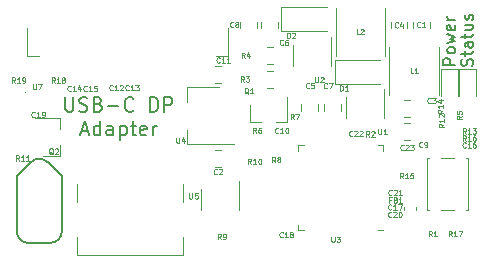
<source format=gto>
G04 #@! TF.GenerationSoftware,KiCad,Pcbnew,5.0.1*
G04 #@! TF.CreationDate,2019-10-08T03:13:47+02:00*
G04 #@! TF.ProjectId,USB-C-Screen-Adapter,5553422D432D53637265656E2D416461,rev?*
G04 #@! TF.SameCoordinates,Original*
G04 #@! TF.FileFunction,Legend,Top*
G04 #@! TF.FilePolarity,Positive*
%FSLAX46Y46*%
G04 Gerber Fmt 4.6, Leading zero omitted, Abs format (unit mm)*
G04 Created by KiCad (PCBNEW 5.0.1) date Tue 08 Oct 2019 03:13:47 AM CEST*
%MOMM*%
%LPD*%
G01*
G04 APERTURE LIST*
%ADD10C,0.200000*%
%ADD11C,0.120000*%
%ADD12C,0.100000*%
%ADD13C,0.127000*%
G04 APERTURE END LIST*
D10*
X104985714Y-108242857D02*
X104985714Y-109214285D01*
X105042857Y-109328571D01*
X105100000Y-109385714D01*
X105214285Y-109442857D01*
X105442857Y-109442857D01*
X105557142Y-109385714D01*
X105614285Y-109328571D01*
X105671428Y-109214285D01*
X105671428Y-108242857D01*
X106185714Y-109385714D02*
X106357142Y-109442857D01*
X106642857Y-109442857D01*
X106757142Y-109385714D01*
X106814285Y-109328571D01*
X106871428Y-109214285D01*
X106871428Y-109100000D01*
X106814285Y-108985714D01*
X106757142Y-108928571D01*
X106642857Y-108871428D01*
X106414285Y-108814285D01*
X106300000Y-108757142D01*
X106242857Y-108700000D01*
X106185714Y-108585714D01*
X106185714Y-108471428D01*
X106242857Y-108357142D01*
X106300000Y-108300000D01*
X106414285Y-108242857D01*
X106700000Y-108242857D01*
X106871428Y-108300000D01*
X107785714Y-108814285D02*
X107957142Y-108871428D01*
X108014285Y-108928571D01*
X108071428Y-109042857D01*
X108071428Y-109214285D01*
X108014285Y-109328571D01*
X107957142Y-109385714D01*
X107842857Y-109442857D01*
X107385714Y-109442857D01*
X107385714Y-108242857D01*
X107785714Y-108242857D01*
X107900000Y-108300000D01*
X107957142Y-108357142D01*
X108014285Y-108471428D01*
X108014285Y-108585714D01*
X107957142Y-108700000D01*
X107900000Y-108757142D01*
X107785714Y-108814285D01*
X107385714Y-108814285D01*
X108585714Y-108985714D02*
X109500000Y-108985714D01*
X110757142Y-109328571D02*
X110700000Y-109385714D01*
X110528571Y-109442857D01*
X110414285Y-109442857D01*
X110242857Y-109385714D01*
X110128571Y-109271428D01*
X110071428Y-109157142D01*
X110014285Y-108928571D01*
X110014285Y-108757142D01*
X110071428Y-108528571D01*
X110128571Y-108414285D01*
X110242857Y-108300000D01*
X110414285Y-108242857D01*
X110528571Y-108242857D01*
X110700000Y-108300000D01*
X110757142Y-108357142D01*
X112185714Y-109442857D02*
X112185714Y-108242857D01*
X112471428Y-108242857D01*
X112642857Y-108300000D01*
X112757142Y-108414285D01*
X112814285Y-108528571D01*
X112871428Y-108757142D01*
X112871428Y-108928571D01*
X112814285Y-109157142D01*
X112757142Y-109271428D01*
X112642857Y-109385714D01*
X112471428Y-109442857D01*
X112185714Y-109442857D01*
X113385714Y-109442857D02*
X113385714Y-108242857D01*
X113842857Y-108242857D01*
X113957142Y-108300000D01*
X114014285Y-108357142D01*
X114071428Y-108471428D01*
X114071428Y-108642857D01*
X114014285Y-108757142D01*
X113957142Y-108814285D01*
X113842857Y-108871428D01*
X113385714Y-108871428D01*
X106357142Y-111100000D02*
X106928571Y-111100000D01*
X106242857Y-111442857D02*
X106642857Y-110242857D01*
X107042857Y-111442857D01*
X107957142Y-111442857D02*
X107957142Y-110242857D01*
X107957142Y-111385714D02*
X107842857Y-111442857D01*
X107614285Y-111442857D01*
X107500000Y-111385714D01*
X107442857Y-111328571D01*
X107385714Y-111214285D01*
X107385714Y-110871428D01*
X107442857Y-110757142D01*
X107500000Y-110700000D01*
X107614285Y-110642857D01*
X107842857Y-110642857D01*
X107957142Y-110700000D01*
X109042857Y-111442857D02*
X109042857Y-110814285D01*
X108985714Y-110700000D01*
X108871428Y-110642857D01*
X108642857Y-110642857D01*
X108528571Y-110700000D01*
X109042857Y-111385714D02*
X108928571Y-111442857D01*
X108642857Y-111442857D01*
X108528571Y-111385714D01*
X108471428Y-111271428D01*
X108471428Y-111157142D01*
X108528571Y-111042857D01*
X108642857Y-110985714D01*
X108928571Y-110985714D01*
X109042857Y-110928571D01*
X109614285Y-110642857D02*
X109614285Y-111842857D01*
X109614285Y-110700000D02*
X109728571Y-110642857D01*
X109957142Y-110642857D01*
X110071428Y-110700000D01*
X110128571Y-110757142D01*
X110185714Y-110871428D01*
X110185714Y-111214285D01*
X110128571Y-111328571D01*
X110071428Y-111385714D01*
X109957142Y-111442857D01*
X109728571Y-111442857D01*
X109614285Y-111385714D01*
X110528571Y-110642857D02*
X110985714Y-110642857D01*
X110700000Y-110242857D02*
X110700000Y-111271428D01*
X110757142Y-111385714D01*
X110871428Y-111442857D01*
X110985714Y-111442857D01*
X111842857Y-111385714D02*
X111728571Y-111442857D01*
X111500000Y-111442857D01*
X111385714Y-111385714D01*
X111328571Y-111271428D01*
X111328571Y-110814285D01*
X111385714Y-110700000D01*
X111500000Y-110642857D01*
X111728571Y-110642857D01*
X111842857Y-110700000D01*
X111900000Y-110814285D01*
X111900000Y-110928571D01*
X111328571Y-111042857D01*
X112414285Y-111442857D02*
X112414285Y-110642857D01*
X112414285Y-110871428D02*
X112471428Y-110757142D01*
X112528571Y-110700000D01*
X112642857Y-110642857D01*
X112757142Y-110642857D01*
X139454761Y-105566666D02*
X139502380Y-105423809D01*
X139502380Y-105185714D01*
X139454761Y-105090476D01*
X139407142Y-105042857D01*
X139311904Y-104995238D01*
X139216666Y-104995238D01*
X139121428Y-105042857D01*
X139073809Y-105090476D01*
X139026190Y-105185714D01*
X138978571Y-105376190D01*
X138930952Y-105471428D01*
X138883333Y-105519047D01*
X138788095Y-105566666D01*
X138692857Y-105566666D01*
X138597619Y-105519047D01*
X138550000Y-105471428D01*
X138502380Y-105376190D01*
X138502380Y-105138095D01*
X138550000Y-104995238D01*
X138835714Y-104709523D02*
X138835714Y-104328571D01*
X138502380Y-104566666D02*
X139359523Y-104566666D01*
X139454761Y-104519047D01*
X139502380Y-104423809D01*
X139502380Y-104328571D01*
X139502380Y-103566666D02*
X138978571Y-103566666D01*
X138883333Y-103614285D01*
X138835714Y-103709523D01*
X138835714Y-103900000D01*
X138883333Y-103995238D01*
X139454761Y-103566666D02*
X139502380Y-103661904D01*
X139502380Y-103900000D01*
X139454761Y-103995238D01*
X139359523Y-104042857D01*
X139264285Y-104042857D01*
X139169047Y-103995238D01*
X139121428Y-103900000D01*
X139121428Y-103661904D01*
X139073809Y-103566666D01*
X138835714Y-103233333D02*
X138835714Y-102852380D01*
X138502380Y-103090476D02*
X139359523Y-103090476D01*
X139454761Y-103042857D01*
X139502380Y-102947619D01*
X139502380Y-102852380D01*
X138835714Y-102090476D02*
X139502380Y-102090476D01*
X138835714Y-102519047D02*
X139359523Y-102519047D01*
X139454761Y-102471428D01*
X139502380Y-102376190D01*
X139502380Y-102233333D01*
X139454761Y-102138095D01*
X139407142Y-102090476D01*
X139454761Y-101661904D02*
X139502380Y-101566666D01*
X139502380Y-101376190D01*
X139454761Y-101280952D01*
X139359523Y-101233333D01*
X139311904Y-101233333D01*
X139216666Y-101280952D01*
X139169047Y-101376190D01*
X139169047Y-101519047D01*
X139121428Y-101614285D01*
X139026190Y-101661904D01*
X138978571Y-101661904D01*
X138883333Y-101614285D01*
X138835714Y-101519047D01*
X138835714Y-101376190D01*
X138883333Y-101280952D01*
X138002380Y-105476190D02*
X137002380Y-105476190D01*
X137002380Y-105095238D01*
X137050000Y-105000000D01*
X137097619Y-104952380D01*
X137192857Y-104904761D01*
X137335714Y-104904761D01*
X137430952Y-104952380D01*
X137478571Y-105000000D01*
X137526190Y-105095238D01*
X137526190Y-105476190D01*
X138002380Y-104333333D02*
X137954761Y-104428571D01*
X137907142Y-104476190D01*
X137811904Y-104523809D01*
X137526190Y-104523809D01*
X137430952Y-104476190D01*
X137383333Y-104428571D01*
X137335714Y-104333333D01*
X137335714Y-104190476D01*
X137383333Y-104095238D01*
X137430952Y-104047619D01*
X137526190Y-104000000D01*
X137811904Y-104000000D01*
X137907142Y-104047619D01*
X137954761Y-104095238D01*
X138002380Y-104190476D01*
X138002380Y-104333333D01*
X137335714Y-103666666D02*
X138002380Y-103476190D01*
X137526190Y-103285714D01*
X138002380Y-103095238D01*
X137335714Y-102904761D01*
X137954761Y-102142857D02*
X138002380Y-102238095D01*
X138002380Y-102428571D01*
X137954761Y-102523809D01*
X137859523Y-102571428D01*
X137478571Y-102571428D01*
X137383333Y-102523809D01*
X137335714Y-102428571D01*
X137335714Y-102238095D01*
X137383333Y-102142857D01*
X137478571Y-102095238D01*
X137573809Y-102095238D01*
X137669047Y-102571428D01*
X138002380Y-101666666D02*
X137335714Y-101666666D01*
X137526190Y-101666666D02*
X137430952Y-101619047D01*
X137383333Y-101571428D01*
X137335714Y-101476190D01*
X137335714Y-101380952D01*
D11*
G04 #@! TO.C,R3*
X122041422Y-107410000D02*
X122558578Y-107410000D01*
X122041422Y-105990000D02*
X122558578Y-105990000D01*
G04 #@! TO.C,R4*
X122041422Y-103990000D02*
X122558578Y-103990000D01*
X122041422Y-105410000D02*
X122558578Y-105410000D01*
G04 #@! TO.C,FB1*
X134660000Y-117487221D02*
X134660000Y-117812779D01*
X133640000Y-117487221D02*
X133640000Y-117812779D01*
G04 #@! TO.C,U4*
X115293799Y-108600000D02*
X115293799Y-107400000D01*
X115293799Y-107400000D02*
X117993799Y-107400000D01*
X119293799Y-112200000D02*
X115293799Y-112200000D01*
X115293799Y-112200000D02*
X115293799Y-111000000D01*
G04 #@! TO.C,SW1*
X135770000Y-113400000D02*
X135650000Y-113400000D01*
X137920000Y-113400000D02*
X136780000Y-113400000D01*
X139050000Y-113400000D02*
X138930000Y-113400000D01*
X139050000Y-117800000D02*
X139050000Y-113400000D01*
X138930000Y-117800000D02*
X139050000Y-117800000D01*
X136780000Y-117800000D02*
X137920000Y-117800000D01*
X135650000Y-117800000D02*
X135770000Y-117800000D01*
X135650000Y-113400000D02*
X135650000Y-117800000D01*
G04 #@! TO.C,C6*
X121590000Y-101841422D02*
X121590000Y-102358578D01*
X123010000Y-101841422D02*
X123010000Y-102358578D01*
G04 #@! TO.C,C1*
X134440000Y-102358577D02*
X134440000Y-101841421D01*
X135860000Y-102358577D02*
X135860000Y-101841421D01*
G04 #@! TO.C,C4*
X133960000Y-102358577D02*
X133960000Y-101841421D01*
X132540000Y-102358577D02*
X132540000Y-101841421D01*
G04 #@! TO.C,C3*
X133641422Y-108490000D02*
X134158578Y-108490000D01*
X133641422Y-109910000D02*
X134158578Y-109910000D01*
G04 #@! TO.C,C5*
X124990000Y-108841422D02*
X124990000Y-109358578D01*
X126410000Y-108841422D02*
X126410000Y-109358578D01*
G04 #@! TO.C,C7*
X128310000Y-108841422D02*
X128310000Y-109358578D01*
X126890000Y-108841422D02*
X126890000Y-109358578D01*
G04 #@! TO.C,C8*
X119790000Y-101841422D02*
X119790000Y-102358578D01*
X121210000Y-101841422D02*
X121210000Y-102358578D01*
G04 #@! TO.C,C9*
X133641422Y-110390000D02*
X134158578Y-110390000D01*
X133641422Y-111810000D02*
X134158578Y-111810000D01*
G04 #@! TO.C,C2*
X118158578Y-112690000D02*
X117641422Y-112690000D01*
X118158578Y-114110000D02*
X117641422Y-114110000D01*
G04 #@! TO.C,C11*
X118158578Y-107010000D02*
X117641422Y-107010000D01*
X118158578Y-105590000D02*
X117641422Y-105590000D01*
G04 #@! TO.C,D2*
X123300000Y-100600000D02*
X127150000Y-100600000D01*
X123300000Y-102600000D02*
X127150000Y-102600000D01*
X123300000Y-100600000D02*
X123300000Y-102600000D01*
G04 #@! TO.C,D1*
X127800000Y-105100000D02*
X127800000Y-107100000D01*
X127800000Y-107100000D02*
X131650000Y-107100000D01*
X127800000Y-105100000D02*
X131650000Y-105100000D01*
G04 #@! TO.C,L1*
X136600000Y-108000000D02*
X136600000Y-104000000D01*
X132400000Y-108000000D02*
X132400000Y-104000000D01*
G04 #@! TO.C,L2*
X127900000Y-104700000D02*
X127900000Y-100700000D01*
X132100000Y-104700000D02*
X132100000Y-100700000D01*
G04 #@! TO.C,D4*
X136815000Y-105815000D02*
X136815000Y-108100000D01*
X138285000Y-105815000D02*
X136815000Y-105815000D01*
X138285000Y-108100000D02*
X138285000Y-105815000D01*
G04 #@! TO.C,D3*
X139785000Y-108100000D02*
X139785000Y-105815000D01*
X139785000Y-105815000D02*
X138315000Y-105815000D01*
X138315000Y-105815000D02*
X138315000Y-108100000D01*
G04 #@! TO.C,U3*
X125165000Y-119510000D02*
X124690000Y-119510000D01*
X124690000Y-119510000D02*
X124690000Y-119035000D01*
X131435000Y-112290000D02*
X131910000Y-112290000D01*
X131910000Y-112290000D02*
X131910000Y-112765000D01*
X125165000Y-112290000D02*
X124690000Y-112290000D01*
X124690000Y-112290000D02*
X124690000Y-112765000D01*
X131435000Y-119510000D02*
X131910000Y-119510000D01*
G04 #@! TO.C,Q2*
X104560000Y-113180000D02*
X103100000Y-113180000D01*
X104560000Y-110020000D02*
X102400000Y-110020000D01*
X104560000Y-110020000D02*
X104560000Y-110950000D01*
X104560000Y-113180000D02*
X104560000Y-112250000D01*
G04 #@! TO.C,Q1*
X120620000Y-110360000D02*
X121550000Y-110360000D01*
X123780000Y-110360000D02*
X122850000Y-110360000D01*
X123780000Y-110360000D02*
X123780000Y-108200000D01*
X120620000Y-110360000D02*
X120620000Y-108900000D01*
G04 #@! TO.C,U2*
X124290000Y-103800000D02*
X124290000Y-105600000D01*
X127510000Y-105600000D02*
X127510000Y-103150000D01*
G04 #@! TO.C,U1*
X132010000Y-110000000D02*
X132010000Y-107550000D01*
X128790000Y-108200000D02*
X128790000Y-110000000D01*
G04 #@! TO.C,U5*
X116490000Y-116000000D02*
X116490000Y-117800000D01*
X119710000Y-117800000D02*
X119710000Y-115350000D01*
D12*
G04 #@! TO.C,U6*
X101775000Y-102375000D02*
X101775000Y-104725000D01*
X101775000Y-104725000D02*
X102775000Y-104725000D01*
X118775000Y-102375000D02*
X118775000Y-104725000D01*
X118775000Y-104725000D02*
X117775000Y-104725000D01*
G04 #@! TO.C,U7*
X101650000Y-107800000D02*
G75*
G03X101650000Y-107800000I-50000J0D01*
G01*
D13*
G04 #@! TO.C,P1*
X100895000Y-119603500D02*
X100895000Y-114917200D01*
X104705000Y-119603500D02*
X104705000Y-114917200D01*
X102076100Y-113736100D02*
X100895000Y-114917200D01*
X103523900Y-113736100D02*
X104705000Y-114917200D01*
X103523900Y-113736100D02*
G75*
G03X102076100Y-113736100I-723900J-723900D01*
G01*
X103752500Y-120556000D02*
X101847500Y-120556000D01*
X100895000Y-119603500D02*
G75*
G03X101847500Y-120556000I952500J0D01*
G01*
X103752500Y-120556000D02*
G75*
G03X104705000Y-119603500I0J952500D01*
G01*
D12*
G04 #@! TO.C,J1*
X106000000Y-115600000D02*
X106000000Y-117100000D01*
X106000000Y-120100000D02*
X106000000Y-121600000D01*
X106000000Y-121600000D02*
X115000000Y-121600000D01*
X115000000Y-121600000D02*
X115000000Y-120100000D01*
X115000000Y-117100000D02*
X115000000Y-115600000D01*
G04 #@! TO.C,R3*
X120125000Y-106903571D02*
X119975000Y-106689285D01*
X119867857Y-106903571D02*
X119867857Y-106453571D01*
X120039285Y-106453571D01*
X120082142Y-106475000D01*
X120103571Y-106496428D01*
X120125000Y-106539285D01*
X120125000Y-106603571D01*
X120103571Y-106646428D01*
X120082142Y-106667857D01*
X120039285Y-106689285D01*
X119867857Y-106689285D01*
X120275000Y-106453571D02*
X120553571Y-106453571D01*
X120403571Y-106625000D01*
X120467857Y-106625000D01*
X120510714Y-106646428D01*
X120532142Y-106667857D01*
X120553571Y-106710714D01*
X120553571Y-106817857D01*
X120532142Y-106860714D01*
X120510714Y-106882142D01*
X120467857Y-106903571D01*
X120339285Y-106903571D01*
X120296428Y-106882142D01*
X120275000Y-106860714D01*
G04 #@! TO.C,R4*
X120175000Y-104903571D02*
X120025000Y-104689285D01*
X119917857Y-104903571D02*
X119917857Y-104453571D01*
X120089285Y-104453571D01*
X120132142Y-104475000D01*
X120153571Y-104496428D01*
X120175000Y-104539285D01*
X120175000Y-104603571D01*
X120153571Y-104646428D01*
X120132142Y-104667857D01*
X120089285Y-104689285D01*
X119917857Y-104689285D01*
X120560714Y-104603571D02*
X120560714Y-104903571D01*
X120453571Y-104432142D02*
X120346428Y-104753571D01*
X120625000Y-104753571D01*
G04 #@! TO.C,R10*
X120735714Y-113878571D02*
X120585714Y-113664285D01*
X120478571Y-113878571D02*
X120478571Y-113428571D01*
X120650000Y-113428571D01*
X120692857Y-113450000D01*
X120714285Y-113471428D01*
X120735714Y-113514285D01*
X120735714Y-113578571D01*
X120714285Y-113621428D01*
X120692857Y-113642857D01*
X120650000Y-113664285D01*
X120478571Y-113664285D01*
X121164285Y-113878571D02*
X120907142Y-113878571D01*
X121035714Y-113878571D02*
X121035714Y-113428571D01*
X120992857Y-113492857D01*
X120950000Y-113535714D01*
X120907142Y-113557142D01*
X121442857Y-113428571D02*
X121485714Y-113428571D01*
X121528571Y-113450000D01*
X121550000Y-113471428D01*
X121571428Y-113514285D01*
X121592857Y-113600000D01*
X121592857Y-113707142D01*
X121571428Y-113792857D01*
X121550000Y-113835714D01*
X121528571Y-113857142D01*
X121485714Y-113878571D01*
X121442857Y-113878571D01*
X121400000Y-113857142D01*
X121378571Y-113835714D01*
X121357142Y-113792857D01*
X121335714Y-113707142D01*
X121335714Y-113600000D01*
X121357142Y-113514285D01*
X121378571Y-113471428D01*
X121400000Y-113450000D01*
X121442857Y-113428571D01*
G04 #@! TO.C,R9*
X118175000Y-120253571D02*
X118025000Y-120039285D01*
X117917857Y-120253571D02*
X117917857Y-119803571D01*
X118089285Y-119803571D01*
X118132142Y-119825000D01*
X118153571Y-119846428D01*
X118175000Y-119889285D01*
X118175000Y-119953571D01*
X118153571Y-119996428D01*
X118132142Y-120017857D01*
X118089285Y-120039285D01*
X117917857Y-120039285D01*
X118389285Y-120253571D02*
X118475000Y-120253571D01*
X118517857Y-120232142D01*
X118539285Y-120210714D01*
X118582142Y-120146428D01*
X118603571Y-120060714D01*
X118603571Y-119889285D01*
X118582142Y-119846428D01*
X118560714Y-119825000D01*
X118517857Y-119803571D01*
X118432142Y-119803571D01*
X118389285Y-119825000D01*
X118367857Y-119846428D01*
X118346428Y-119889285D01*
X118346428Y-119996428D01*
X118367857Y-120039285D01*
X118389285Y-120060714D01*
X118432142Y-120082142D01*
X118517857Y-120082142D01*
X118560714Y-120060714D01*
X118582142Y-120039285D01*
X118603571Y-119996428D01*
G04 #@! TO.C,C18*
X123410714Y-120060714D02*
X123389285Y-120082142D01*
X123325000Y-120103571D01*
X123282142Y-120103571D01*
X123217857Y-120082142D01*
X123175000Y-120039285D01*
X123153571Y-119996428D01*
X123132142Y-119910714D01*
X123132142Y-119846428D01*
X123153571Y-119760714D01*
X123175000Y-119717857D01*
X123217857Y-119675000D01*
X123282142Y-119653571D01*
X123325000Y-119653571D01*
X123389285Y-119675000D01*
X123410714Y-119696428D01*
X123839285Y-120103571D02*
X123582142Y-120103571D01*
X123710714Y-120103571D02*
X123710714Y-119653571D01*
X123667857Y-119717857D01*
X123625000Y-119760714D01*
X123582142Y-119782142D01*
X124096428Y-119846428D02*
X124053571Y-119825000D01*
X124032142Y-119803571D01*
X124010714Y-119760714D01*
X124010714Y-119739285D01*
X124032142Y-119696428D01*
X124053571Y-119675000D01*
X124096428Y-119653571D01*
X124182142Y-119653571D01*
X124225000Y-119675000D01*
X124246428Y-119696428D01*
X124267857Y-119739285D01*
X124267857Y-119760714D01*
X124246428Y-119803571D01*
X124225000Y-119825000D01*
X124182142Y-119846428D01*
X124096428Y-119846428D01*
X124053571Y-119867857D01*
X124032142Y-119889285D01*
X124010714Y-119932142D01*
X124010714Y-120017857D01*
X124032142Y-120060714D01*
X124053571Y-120082142D01*
X124096428Y-120103571D01*
X124182142Y-120103571D01*
X124225000Y-120082142D01*
X124246428Y-120060714D01*
X124267857Y-120017857D01*
X124267857Y-119932142D01*
X124246428Y-119889285D01*
X124225000Y-119867857D01*
X124182142Y-119846428D01*
G04 #@! TO.C,C17*
X132610714Y-117710714D02*
X132589285Y-117732142D01*
X132525000Y-117753571D01*
X132482142Y-117753571D01*
X132417857Y-117732142D01*
X132375000Y-117689285D01*
X132353571Y-117646428D01*
X132332142Y-117560714D01*
X132332142Y-117496428D01*
X132353571Y-117410714D01*
X132375000Y-117367857D01*
X132417857Y-117325000D01*
X132482142Y-117303571D01*
X132525000Y-117303571D01*
X132589285Y-117325000D01*
X132610714Y-117346428D01*
X133039285Y-117753571D02*
X132782142Y-117753571D01*
X132910714Y-117753571D02*
X132910714Y-117303571D01*
X132867857Y-117367857D01*
X132825000Y-117410714D01*
X132782142Y-117432142D01*
X133189285Y-117303571D02*
X133489285Y-117303571D01*
X133296428Y-117753571D01*
G04 #@! TO.C,C16*
X138885714Y-112460714D02*
X138864285Y-112482142D01*
X138800000Y-112503571D01*
X138757142Y-112503571D01*
X138692857Y-112482142D01*
X138650000Y-112439285D01*
X138628571Y-112396428D01*
X138607142Y-112310714D01*
X138607142Y-112246428D01*
X138628571Y-112160714D01*
X138650000Y-112117857D01*
X138692857Y-112075000D01*
X138757142Y-112053571D01*
X138800000Y-112053571D01*
X138864285Y-112075000D01*
X138885714Y-112096428D01*
X139314285Y-112503571D02*
X139057142Y-112503571D01*
X139185714Y-112503571D02*
X139185714Y-112053571D01*
X139142857Y-112117857D01*
X139100000Y-112160714D01*
X139057142Y-112182142D01*
X139700000Y-112053571D02*
X139614285Y-112053571D01*
X139571428Y-112075000D01*
X139550000Y-112096428D01*
X139507142Y-112160714D01*
X139485714Y-112246428D01*
X139485714Y-112417857D01*
X139507142Y-112460714D01*
X139528571Y-112482142D01*
X139571428Y-112503571D01*
X139657142Y-112503571D01*
X139700000Y-112482142D01*
X139721428Y-112460714D01*
X139742857Y-112417857D01*
X139742857Y-112310714D01*
X139721428Y-112267857D01*
X139700000Y-112246428D01*
X139657142Y-112225000D01*
X139571428Y-112225000D01*
X139528571Y-112246428D01*
X139507142Y-112267857D01*
X139485714Y-112310714D01*
G04 #@! TO.C,C15*
X106810714Y-107660714D02*
X106789285Y-107682142D01*
X106725000Y-107703571D01*
X106682142Y-107703571D01*
X106617857Y-107682142D01*
X106575000Y-107639285D01*
X106553571Y-107596428D01*
X106532142Y-107510714D01*
X106532142Y-107446428D01*
X106553571Y-107360714D01*
X106575000Y-107317857D01*
X106617857Y-107275000D01*
X106682142Y-107253571D01*
X106725000Y-107253571D01*
X106789285Y-107275000D01*
X106810714Y-107296428D01*
X107239285Y-107703571D02*
X106982142Y-107703571D01*
X107110714Y-107703571D02*
X107110714Y-107253571D01*
X107067857Y-107317857D01*
X107025000Y-107360714D01*
X106982142Y-107382142D01*
X107646428Y-107253571D02*
X107432142Y-107253571D01*
X107410714Y-107467857D01*
X107432142Y-107446428D01*
X107475000Y-107425000D01*
X107582142Y-107425000D01*
X107625000Y-107446428D01*
X107646428Y-107467857D01*
X107667857Y-107510714D01*
X107667857Y-107617857D01*
X107646428Y-107660714D01*
X107625000Y-107682142D01*
X107582142Y-107703571D01*
X107475000Y-107703571D01*
X107432142Y-107682142D01*
X107410714Y-107660714D01*
G04 #@! TO.C,C13*
X110360714Y-107610714D02*
X110339285Y-107632142D01*
X110275000Y-107653571D01*
X110232142Y-107653571D01*
X110167857Y-107632142D01*
X110125000Y-107589285D01*
X110103571Y-107546428D01*
X110082142Y-107460714D01*
X110082142Y-107396428D01*
X110103571Y-107310714D01*
X110125000Y-107267857D01*
X110167857Y-107225000D01*
X110232142Y-107203571D01*
X110275000Y-107203571D01*
X110339285Y-107225000D01*
X110360714Y-107246428D01*
X110789285Y-107653571D02*
X110532142Y-107653571D01*
X110660714Y-107653571D02*
X110660714Y-107203571D01*
X110617857Y-107267857D01*
X110575000Y-107310714D01*
X110532142Y-107332142D01*
X110939285Y-107203571D02*
X111217857Y-107203571D01*
X111067857Y-107375000D01*
X111132142Y-107375000D01*
X111175000Y-107396428D01*
X111196428Y-107417857D01*
X111217857Y-107460714D01*
X111217857Y-107567857D01*
X111196428Y-107610714D01*
X111175000Y-107632142D01*
X111132142Y-107653571D01*
X111003571Y-107653571D01*
X110960714Y-107632142D01*
X110939285Y-107610714D01*
G04 #@! TO.C,C12*
X109010714Y-107610714D02*
X108989285Y-107632142D01*
X108925000Y-107653571D01*
X108882142Y-107653571D01*
X108817857Y-107632142D01*
X108775000Y-107589285D01*
X108753571Y-107546428D01*
X108732142Y-107460714D01*
X108732142Y-107396428D01*
X108753571Y-107310714D01*
X108775000Y-107267857D01*
X108817857Y-107225000D01*
X108882142Y-107203571D01*
X108925000Y-107203571D01*
X108989285Y-107225000D01*
X109010714Y-107246428D01*
X109439285Y-107653571D02*
X109182142Y-107653571D01*
X109310714Y-107653571D02*
X109310714Y-107203571D01*
X109267857Y-107267857D01*
X109225000Y-107310714D01*
X109182142Y-107332142D01*
X109610714Y-107246428D02*
X109632142Y-107225000D01*
X109675000Y-107203571D01*
X109782142Y-107203571D01*
X109825000Y-107225000D01*
X109846428Y-107246428D01*
X109867857Y-107289285D01*
X109867857Y-107332142D01*
X109846428Y-107396428D01*
X109589285Y-107653571D01*
X109867857Y-107653571D01*
G04 #@! TO.C,C19*
X102410714Y-109860714D02*
X102389285Y-109882142D01*
X102325000Y-109903571D01*
X102282142Y-109903571D01*
X102217857Y-109882142D01*
X102175000Y-109839285D01*
X102153571Y-109796428D01*
X102132142Y-109710714D01*
X102132142Y-109646428D01*
X102153571Y-109560714D01*
X102175000Y-109517857D01*
X102217857Y-109475000D01*
X102282142Y-109453571D01*
X102325000Y-109453571D01*
X102389285Y-109475000D01*
X102410714Y-109496428D01*
X102839285Y-109903571D02*
X102582142Y-109903571D01*
X102710714Y-109903571D02*
X102710714Y-109453571D01*
X102667857Y-109517857D01*
X102625000Y-109560714D01*
X102582142Y-109582142D01*
X103053571Y-109903571D02*
X103139285Y-109903571D01*
X103182142Y-109882142D01*
X103203571Y-109860714D01*
X103246428Y-109796428D01*
X103267857Y-109710714D01*
X103267857Y-109539285D01*
X103246428Y-109496428D01*
X103225000Y-109475000D01*
X103182142Y-109453571D01*
X103096428Y-109453571D01*
X103053571Y-109475000D01*
X103032142Y-109496428D01*
X103010714Y-109539285D01*
X103010714Y-109646428D01*
X103032142Y-109689285D01*
X103053571Y-109710714D01*
X103096428Y-109732142D01*
X103182142Y-109732142D01*
X103225000Y-109710714D01*
X103246428Y-109689285D01*
X103267857Y-109646428D01*
G04 #@! TO.C,C10*
X123035714Y-111235714D02*
X123014285Y-111257142D01*
X122950000Y-111278571D01*
X122907142Y-111278571D01*
X122842857Y-111257142D01*
X122800000Y-111214285D01*
X122778571Y-111171428D01*
X122757142Y-111085714D01*
X122757142Y-111021428D01*
X122778571Y-110935714D01*
X122800000Y-110892857D01*
X122842857Y-110850000D01*
X122907142Y-110828571D01*
X122950000Y-110828571D01*
X123014285Y-110850000D01*
X123035714Y-110871428D01*
X123464285Y-111278571D02*
X123207142Y-111278571D01*
X123335714Y-111278571D02*
X123335714Y-110828571D01*
X123292857Y-110892857D01*
X123250000Y-110935714D01*
X123207142Y-110957142D01*
X123742857Y-110828571D02*
X123785714Y-110828571D01*
X123828571Y-110850000D01*
X123850000Y-110871428D01*
X123871428Y-110914285D01*
X123892857Y-111000000D01*
X123892857Y-111107142D01*
X123871428Y-111192857D01*
X123850000Y-111235714D01*
X123828571Y-111257142D01*
X123785714Y-111278571D01*
X123742857Y-111278571D01*
X123700000Y-111257142D01*
X123678571Y-111235714D01*
X123657142Y-111192857D01*
X123635714Y-111107142D01*
X123635714Y-111000000D01*
X123657142Y-110914285D01*
X123678571Y-110871428D01*
X123700000Y-110850000D01*
X123742857Y-110828571D01*
G04 #@! TO.C,C20*
X132610714Y-118335714D02*
X132589285Y-118357142D01*
X132525000Y-118378571D01*
X132482142Y-118378571D01*
X132417857Y-118357142D01*
X132375000Y-118314285D01*
X132353571Y-118271428D01*
X132332142Y-118185714D01*
X132332142Y-118121428D01*
X132353571Y-118035714D01*
X132375000Y-117992857D01*
X132417857Y-117950000D01*
X132482142Y-117928571D01*
X132525000Y-117928571D01*
X132589285Y-117950000D01*
X132610714Y-117971428D01*
X132782142Y-117971428D02*
X132803571Y-117950000D01*
X132846428Y-117928571D01*
X132953571Y-117928571D01*
X132996428Y-117950000D01*
X133017857Y-117971428D01*
X133039285Y-118014285D01*
X133039285Y-118057142D01*
X133017857Y-118121428D01*
X132760714Y-118378571D01*
X133039285Y-118378571D01*
X133317857Y-117928571D02*
X133360714Y-117928571D01*
X133403571Y-117950000D01*
X133425000Y-117971428D01*
X133446428Y-118014285D01*
X133467857Y-118100000D01*
X133467857Y-118207142D01*
X133446428Y-118292857D01*
X133425000Y-118335714D01*
X133403571Y-118357142D01*
X133360714Y-118378571D01*
X133317857Y-118378571D01*
X133275000Y-118357142D01*
X133253571Y-118335714D01*
X133232142Y-118292857D01*
X133210714Y-118207142D01*
X133210714Y-118100000D01*
X133232142Y-118014285D01*
X133253571Y-117971428D01*
X133275000Y-117950000D01*
X133317857Y-117928571D01*
G04 #@! TO.C,C21*
X132635714Y-116460714D02*
X132614285Y-116482142D01*
X132550000Y-116503571D01*
X132507142Y-116503571D01*
X132442857Y-116482142D01*
X132400000Y-116439285D01*
X132378571Y-116396428D01*
X132357142Y-116310714D01*
X132357142Y-116246428D01*
X132378571Y-116160714D01*
X132400000Y-116117857D01*
X132442857Y-116075000D01*
X132507142Y-116053571D01*
X132550000Y-116053571D01*
X132614285Y-116075000D01*
X132635714Y-116096428D01*
X132807142Y-116096428D02*
X132828571Y-116075000D01*
X132871428Y-116053571D01*
X132978571Y-116053571D01*
X133021428Y-116075000D01*
X133042857Y-116096428D01*
X133064285Y-116139285D01*
X133064285Y-116182142D01*
X133042857Y-116246428D01*
X132785714Y-116503571D01*
X133064285Y-116503571D01*
X133492857Y-116503571D02*
X133235714Y-116503571D01*
X133364285Y-116503571D02*
X133364285Y-116053571D01*
X133321428Y-116117857D01*
X133278571Y-116160714D01*
X133235714Y-116182142D01*
G04 #@! TO.C,C22*
X129310714Y-111485714D02*
X129289285Y-111507142D01*
X129225000Y-111528571D01*
X129182142Y-111528571D01*
X129117857Y-111507142D01*
X129075000Y-111464285D01*
X129053571Y-111421428D01*
X129032142Y-111335714D01*
X129032142Y-111271428D01*
X129053571Y-111185714D01*
X129075000Y-111142857D01*
X129117857Y-111100000D01*
X129182142Y-111078571D01*
X129225000Y-111078571D01*
X129289285Y-111100000D01*
X129310714Y-111121428D01*
X129482142Y-111121428D02*
X129503571Y-111100000D01*
X129546428Y-111078571D01*
X129653571Y-111078571D01*
X129696428Y-111100000D01*
X129717857Y-111121428D01*
X129739285Y-111164285D01*
X129739285Y-111207142D01*
X129717857Y-111271428D01*
X129460714Y-111528571D01*
X129739285Y-111528571D01*
X129910714Y-111121428D02*
X129932142Y-111100000D01*
X129975000Y-111078571D01*
X130082142Y-111078571D01*
X130125000Y-111100000D01*
X130146428Y-111121428D01*
X130167857Y-111164285D01*
X130167857Y-111207142D01*
X130146428Y-111271428D01*
X129889285Y-111528571D01*
X130167857Y-111528571D01*
G04 #@! TO.C,C23*
X133635714Y-112660714D02*
X133614285Y-112682142D01*
X133550000Y-112703571D01*
X133507142Y-112703571D01*
X133442857Y-112682142D01*
X133400000Y-112639285D01*
X133378571Y-112596428D01*
X133357142Y-112510714D01*
X133357142Y-112446428D01*
X133378571Y-112360714D01*
X133400000Y-112317857D01*
X133442857Y-112275000D01*
X133507142Y-112253571D01*
X133550000Y-112253571D01*
X133614285Y-112275000D01*
X133635714Y-112296428D01*
X133807142Y-112296428D02*
X133828571Y-112275000D01*
X133871428Y-112253571D01*
X133978571Y-112253571D01*
X134021428Y-112275000D01*
X134042857Y-112296428D01*
X134064285Y-112339285D01*
X134064285Y-112382142D01*
X134042857Y-112446428D01*
X133785714Y-112703571D01*
X134064285Y-112703571D01*
X134214285Y-112253571D02*
X134492857Y-112253571D01*
X134342857Y-112425000D01*
X134407142Y-112425000D01*
X134450000Y-112446428D01*
X134471428Y-112467857D01*
X134492857Y-112510714D01*
X134492857Y-112617857D01*
X134471428Y-112660714D01*
X134450000Y-112682142D01*
X134407142Y-112703571D01*
X134278571Y-112703571D01*
X134235714Y-112682142D01*
X134214285Y-112660714D01*
G04 #@! TO.C,C14*
X105460714Y-107660714D02*
X105439285Y-107682142D01*
X105375000Y-107703571D01*
X105332142Y-107703571D01*
X105267857Y-107682142D01*
X105225000Y-107639285D01*
X105203571Y-107596428D01*
X105182142Y-107510714D01*
X105182142Y-107446428D01*
X105203571Y-107360714D01*
X105225000Y-107317857D01*
X105267857Y-107275000D01*
X105332142Y-107253571D01*
X105375000Y-107253571D01*
X105439285Y-107275000D01*
X105460714Y-107296428D01*
X105889285Y-107703571D02*
X105632142Y-107703571D01*
X105760714Y-107703571D02*
X105760714Y-107253571D01*
X105717857Y-107317857D01*
X105675000Y-107360714D01*
X105632142Y-107382142D01*
X106275000Y-107403571D02*
X106275000Y-107703571D01*
X106167857Y-107232142D02*
X106060714Y-107553571D01*
X106339285Y-107553571D01*
G04 #@! TO.C,FB1*
X132575000Y-116917857D02*
X132425000Y-116917857D01*
X132425000Y-117153571D02*
X132425000Y-116703571D01*
X132639285Y-116703571D01*
X132960714Y-116917857D02*
X133025000Y-116939285D01*
X133046428Y-116960714D01*
X133067857Y-117003571D01*
X133067857Y-117067857D01*
X133046428Y-117110714D01*
X133025000Y-117132142D01*
X132982142Y-117153571D01*
X132810714Y-117153571D01*
X132810714Y-116703571D01*
X132960714Y-116703571D01*
X133003571Y-116725000D01*
X133025000Y-116746428D01*
X133046428Y-116789285D01*
X133046428Y-116832142D01*
X133025000Y-116875000D01*
X133003571Y-116896428D01*
X132960714Y-116917857D01*
X132810714Y-116917857D01*
X133496428Y-117153571D02*
X133239285Y-117153571D01*
X133367857Y-117153571D02*
X133367857Y-116703571D01*
X133325000Y-116767857D01*
X133282142Y-116810714D01*
X133239285Y-116832142D01*
G04 #@! TO.C,R7*
X124325000Y-110103571D02*
X124175000Y-109889285D01*
X124067857Y-110103571D02*
X124067857Y-109653571D01*
X124239285Y-109653571D01*
X124282142Y-109675000D01*
X124303571Y-109696428D01*
X124325000Y-109739285D01*
X124325000Y-109803571D01*
X124303571Y-109846428D01*
X124282142Y-109867857D01*
X124239285Y-109889285D01*
X124067857Y-109889285D01*
X124475000Y-109653571D02*
X124775000Y-109653571D01*
X124582142Y-110103571D01*
G04 #@! TO.C,R1*
X136025000Y-120003571D02*
X135875000Y-119789285D01*
X135767857Y-120003571D02*
X135767857Y-119553571D01*
X135939285Y-119553571D01*
X135982142Y-119575000D01*
X136003571Y-119596428D01*
X136025000Y-119639285D01*
X136025000Y-119703571D01*
X136003571Y-119746428D01*
X135982142Y-119767857D01*
X135939285Y-119789285D01*
X135767857Y-119789285D01*
X136453571Y-120003571D02*
X136196428Y-120003571D01*
X136325000Y-120003571D02*
X136325000Y-119553571D01*
X136282142Y-119617857D01*
X136239285Y-119660714D01*
X136196428Y-119682142D01*
G04 #@! TO.C,R2*
X130750000Y-111553571D02*
X130600000Y-111339285D01*
X130492857Y-111553571D02*
X130492857Y-111103571D01*
X130664285Y-111103571D01*
X130707142Y-111125000D01*
X130728571Y-111146428D01*
X130750000Y-111189285D01*
X130750000Y-111253571D01*
X130728571Y-111296428D01*
X130707142Y-111317857D01*
X130664285Y-111339285D01*
X130492857Y-111339285D01*
X130921428Y-111146428D02*
X130942857Y-111125000D01*
X130985714Y-111103571D01*
X131092857Y-111103571D01*
X131135714Y-111125000D01*
X131157142Y-111146428D01*
X131178571Y-111189285D01*
X131178571Y-111232142D01*
X131157142Y-111296428D01*
X130900000Y-111553571D01*
X131178571Y-111553571D01*
G04 #@! TO.C,R5*
X138578571Y-109825000D02*
X138364285Y-109975000D01*
X138578571Y-110082142D02*
X138128571Y-110082142D01*
X138128571Y-109910714D01*
X138150000Y-109867857D01*
X138171428Y-109846428D01*
X138214285Y-109825000D01*
X138278571Y-109825000D01*
X138321428Y-109846428D01*
X138342857Y-109867857D01*
X138364285Y-109910714D01*
X138364285Y-110082142D01*
X138128571Y-109417857D02*
X138128571Y-109632142D01*
X138342857Y-109653571D01*
X138321428Y-109632142D01*
X138300000Y-109589285D01*
X138300000Y-109482142D01*
X138321428Y-109439285D01*
X138342857Y-109417857D01*
X138385714Y-109396428D01*
X138492857Y-109396428D01*
X138535714Y-109417857D01*
X138557142Y-109439285D01*
X138578571Y-109482142D01*
X138578571Y-109589285D01*
X138557142Y-109632142D01*
X138535714Y-109653571D01*
G04 #@! TO.C,R11*
X101110714Y-113603571D02*
X100960714Y-113389285D01*
X100853571Y-113603571D02*
X100853571Y-113153571D01*
X101025000Y-113153571D01*
X101067857Y-113175000D01*
X101089285Y-113196428D01*
X101110714Y-113239285D01*
X101110714Y-113303571D01*
X101089285Y-113346428D01*
X101067857Y-113367857D01*
X101025000Y-113389285D01*
X100853571Y-113389285D01*
X101539285Y-113603571D02*
X101282142Y-113603571D01*
X101410714Y-113603571D02*
X101410714Y-113153571D01*
X101367857Y-113217857D01*
X101325000Y-113260714D01*
X101282142Y-113282142D01*
X101967857Y-113603571D02*
X101710714Y-113603571D01*
X101839285Y-113603571D02*
X101839285Y-113153571D01*
X101796428Y-113217857D01*
X101753571Y-113260714D01*
X101710714Y-113282142D01*
G04 #@! TO.C,R6*
X121175000Y-111253571D02*
X121025000Y-111039285D01*
X120917857Y-111253571D02*
X120917857Y-110803571D01*
X121089285Y-110803571D01*
X121132142Y-110825000D01*
X121153571Y-110846428D01*
X121175000Y-110889285D01*
X121175000Y-110953571D01*
X121153571Y-110996428D01*
X121132142Y-111017857D01*
X121089285Y-111039285D01*
X120917857Y-111039285D01*
X121560714Y-110803571D02*
X121475000Y-110803571D01*
X121432142Y-110825000D01*
X121410714Y-110846428D01*
X121367857Y-110910714D01*
X121346428Y-110996428D01*
X121346428Y-111167857D01*
X121367857Y-111210714D01*
X121389285Y-111232142D01*
X121432142Y-111253571D01*
X121517857Y-111253571D01*
X121560714Y-111232142D01*
X121582142Y-111210714D01*
X121603571Y-111167857D01*
X121603571Y-111060714D01*
X121582142Y-111017857D01*
X121560714Y-110996428D01*
X121517857Y-110975000D01*
X121432142Y-110975000D01*
X121389285Y-110996428D01*
X121367857Y-111017857D01*
X121346428Y-111060714D01*
G04 #@! TO.C,R12*
X137078571Y-110514285D02*
X136864285Y-110664285D01*
X137078571Y-110771428D02*
X136628571Y-110771428D01*
X136628571Y-110600000D01*
X136650000Y-110557142D01*
X136671428Y-110535714D01*
X136714285Y-110514285D01*
X136778571Y-110514285D01*
X136821428Y-110535714D01*
X136842857Y-110557142D01*
X136864285Y-110600000D01*
X136864285Y-110771428D01*
X137078571Y-110085714D02*
X137078571Y-110342857D01*
X137078571Y-110214285D02*
X136628571Y-110214285D01*
X136692857Y-110257142D01*
X136735714Y-110300000D01*
X136757142Y-110342857D01*
X136671428Y-109914285D02*
X136650000Y-109892857D01*
X136628571Y-109850000D01*
X136628571Y-109742857D01*
X136650000Y-109700000D01*
X136671428Y-109678571D01*
X136714285Y-109657142D01*
X136757142Y-109657142D01*
X136821428Y-109678571D01*
X137078571Y-109935714D01*
X137078571Y-109657142D01*
G04 #@! TO.C,R19*
X100760714Y-107003571D02*
X100610714Y-106789285D01*
X100503571Y-107003571D02*
X100503571Y-106553571D01*
X100675000Y-106553571D01*
X100717857Y-106575000D01*
X100739285Y-106596428D01*
X100760714Y-106639285D01*
X100760714Y-106703571D01*
X100739285Y-106746428D01*
X100717857Y-106767857D01*
X100675000Y-106789285D01*
X100503571Y-106789285D01*
X101189285Y-107003571D02*
X100932142Y-107003571D01*
X101060714Y-107003571D02*
X101060714Y-106553571D01*
X101017857Y-106617857D01*
X100975000Y-106660714D01*
X100932142Y-106682142D01*
X101403571Y-107003571D02*
X101489285Y-107003571D01*
X101532142Y-106982142D01*
X101553571Y-106960714D01*
X101596428Y-106896428D01*
X101617857Y-106810714D01*
X101617857Y-106639285D01*
X101596428Y-106596428D01*
X101575000Y-106575000D01*
X101532142Y-106553571D01*
X101446428Y-106553571D01*
X101403571Y-106575000D01*
X101382142Y-106596428D01*
X101360714Y-106639285D01*
X101360714Y-106746428D01*
X101382142Y-106789285D01*
X101403571Y-106810714D01*
X101446428Y-106832142D01*
X101532142Y-106832142D01*
X101575000Y-106810714D01*
X101596428Y-106789285D01*
X101617857Y-106746428D01*
G04 #@! TO.C,R8*
X122775000Y-113753571D02*
X122625000Y-113539285D01*
X122517857Y-113753571D02*
X122517857Y-113303571D01*
X122689285Y-113303571D01*
X122732142Y-113325000D01*
X122753571Y-113346428D01*
X122775000Y-113389285D01*
X122775000Y-113453571D01*
X122753571Y-113496428D01*
X122732142Y-113517857D01*
X122689285Y-113539285D01*
X122517857Y-113539285D01*
X123032142Y-113496428D02*
X122989285Y-113475000D01*
X122967857Y-113453571D01*
X122946428Y-113410714D01*
X122946428Y-113389285D01*
X122967857Y-113346428D01*
X122989285Y-113325000D01*
X123032142Y-113303571D01*
X123117857Y-113303571D01*
X123160714Y-113325000D01*
X123182142Y-113346428D01*
X123203571Y-113389285D01*
X123203571Y-113410714D01*
X123182142Y-113453571D01*
X123160714Y-113475000D01*
X123117857Y-113496428D01*
X123032142Y-113496428D01*
X122989285Y-113517857D01*
X122967857Y-113539285D01*
X122946428Y-113582142D01*
X122946428Y-113667857D01*
X122967857Y-113710714D01*
X122989285Y-113732142D01*
X123032142Y-113753571D01*
X123117857Y-113753571D01*
X123160714Y-113732142D01*
X123182142Y-113710714D01*
X123203571Y-113667857D01*
X123203571Y-113582142D01*
X123182142Y-113539285D01*
X123160714Y-113517857D01*
X123117857Y-113496428D01*
G04 #@! TO.C,R14*
X136978571Y-109289285D02*
X136764285Y-109439285D01*
X136978571Y-109546428D02*
X136528571Y-109546428D01*
X136528571Y-109375000D01*
X136550000Y-109332142D01*
X136571428Y-109310714D01*
X136614285Y-109289285D01*
X136678571Y-109289285D01*
X136721428Y-109310714D01*
X136742857Y-109332142D01*
X136764285Y-109375000D01*
X136764285Y-109546428D01*
X136978571Y-108860714D02*
X136978571Y-109117857D01*
X136978571Y-108989285D02*
X136528571Y-108989285D01*
X136592857Y-109032142D01*
X136635714Y-109075000D01*
X136657142Y-109117857D01*
X136678571Y-108475000D02*
X136978571Y-108475000D01*
X136507142Y-108582142D02*
X136828571Y-108689285D01*
X136828571Y-108410714D01*
G04 #@! TO.C,R18*
X104110714Y-107003571D02*
X103960714Y-106789285D01*
X103853571Y-107003571D02*
X103853571Y-106553571D01*
X104025000Y-106553571D01*
X104067857Y-106575000D01*
X104089285Y-106596428D01*
X104110714Y-106639285D01*
X104110714Y-106703571D01*
X104089285Y-106746428D01*
X104067857Y-106767857D01*
X104025000Y-106789285D01*
X103853571Y-106789285D01*
X104539285Y-107003571D02*
X104282142Y-107003571D01*
X104410714Y-107003571D02*
X104410714Y-106553571D01*
X104367857Y-106617857D01*
X104325000Y-106660714D01*
X104282142Y-106682142D01*
X104796428Y-106746428D02*
X104753571Y-106725000D01*
X104732142Y-106703571D01*
X104710714Y-106660714D01*
X104710714Y-106639285D01*
X104732142Y-106596428D01*
X104753571Y-106575000D01*
X104796428Y-106553571D01*
X104882142Y-106553571D01*
X104925000Y-106575000D01*
X104946428Y-106596428D01*
X104967857Y-106639285D01*
X104967857Y-106660714D01*
X104946428Y-106703571D01*
X104925000Y-106725000D01*
X104882142Y-106746428D01*
X104796428Y-106746428D01*
X104753571Y-106767857D01*
X104732142Y-106789285D01*
X104710714Y-106832142D01*
X104710714Y-106917857D01*
X104732142Y-106960714D01*
X104753571Y-106982142D01*
X104796428Y-107003571D01*
X104882142Y-107003571D01*
X104925000Y-106982142D01*
X104946428Y-106960714D01*
X104967857Y-106917857D01*
X104967857Y-106832142D01*
X104946428Y-106789285D01*
X104925000Y-106767857D01*
X104882142Y-106746428D01*
G04 #@! TO.C,R15*
X133610714Y-115103571D02*
X133460714Y-114889285D01*
X133353571Y-115103571D02*
X133353571Y-114653571D01*
X133525000Y-114653571D01*
X133567857Y-114675000D01*
X133589285Y-114696428D01*
X133610714Y-114739285D01*
X133610714Y-114803571D01*
X133589285Y-114846428D01*
X133567857Y-114867857D01*
X133525000Y-114889285D01*
X133353571Y-114889285D01*
X134039285Y-115103571D02*
X133782142Y-115103571D01*
X133910714Y-115103571D02*
X133910714Y-114653571D01*
X133867857Y-114717857D01*
X133825000Y-114760714D01*
X133782142Y-114782142D01*
X134446428Y-114653571D02*
X134232142Y-114653571D01*
X134210714Y-114867857D01*
X134232142Y-114846428D01*
X134275000Y-114825000D01*
X134382142Y-114825000D01*
X134425000Y-114846428D01*
X134446428Y-114867857D01*
X134467857Y-114910714D01*
X134467857Y-115017857D01*
X134446428Y-115060714D01*
X134425000Y-115082142D01*
X134382142Y-115103571D01*
X134275000Y-115103571D01*
X134232142Y-115082142D01*
X134210714Y-115060714D01*
G04 #@! TO.C,R16*
X138910714Y-111903571D02*
X138760714Y-111689285D01*
X138653571Y-111903571D02*
X138653571Y-111453571D01*
X138825000Y-111453571D01*
X138867857Y-111475000D01*
X138889285Y-111496428D01*
X138910714Y-111539285D01*
X138910714Y-111603571D01*
X138889285Y-111646428D01*
X138867857Y-111667857D01*
X138825000Y-111689285D01*
X138653571Y-111689285D01*
X139339285Y-111903571D02*
X139082142Y-111903571D01*
X139210714Y-111903571D02*
X139210714Y-111453571D01*
X139167857Y-111517857D01*
X139125000Y-111560714D01*
X139082142Y-111582142D01*
X139725000Y-111453571D02*
X139639285Y-111453571D01*
X139596428Y-111475000D01*
X139575000Y-111496428D01*
X139532142Y-111560714D01*
X139510714Y-111646428D01*
X139510714Y-111817857D01*
X139532142Y-111860714D01*
X139553571Y-111882142D01*
X139596428Y-111903571D01*
X139682142Y-111903571D01*
X139725000Y-111882142D01*
X139746428Y-111860714D01*
X139767857Y-111817857D01*
X139767857Y-111710714D01*
X139746428Y-111667857D01*
X139725000Y-111646428D01*
X139682142Y-111625000D01*
X139596428Y-111625000D01*
X139553571Y-111646428D01*
X139532142Y-111667857D01*
X139510714Y-111710714D01*
G04 #@! TO.C,R17*
X137710714Y-120003571D02*
X137560714Y-119789285D01*
X137453571Y-120003571D02*
X137453571Y-119553571D01*
X137625000Y-119553571D01*
X137667857Y-119575000D01*
X137689285Y-119596428D01*
X137710714Y-119639285D01*
X137710714Y-119703571D01*
X137689285Y-119746428D01*
X137667857Y-119767857D01*
X137625000Y-119789285D01*
X137453571Y-119789285D01*
X138139285Y-120003571D02*
X137882142Y-120003571D01*
X138010714Y-120003571D02*
X138010714Y-119553571D01*
X137967857Y-119617857D01*
X137925000Y-119660714D01*
X137882142Y-119682142D01*
X138289285Y-119553571D02*
X138589285Y-119553571D01*
X138396428Y-120003571D01*
G04 #@! TO.C,R13*
X138910714Y-111303571D02*
X138760714Y-111089285D01*
X138653571Y-111303571D02*
X138653571Y-110853571D01*
X138825000Y-110853571D01*
X138867857Y-110875000D01*
X138889285Y-110896428D01*
X138910714Y-110939285D01*
X138910714Y-111003571D01*
X138889285Y-111046428D01*
X138867857Y-111067857D01*
X138825000Y-111089285D01*
X138653571Y-111089285D01*
X139339285Y-111303571D02*
X139082142Y-111303571D01*
X139210714Y-111303571D02*
X139210714Y-110853571D01*
X139167857Y-110917857D01*
X139125000Y-110960714D01*
X139082142Y-110982142D01*
X139489285Y-110853571D02*
X139767857Y-110853571D01*
X139617857Y-111025000D01*
X139682142Y-111025000D01*
X139725000Y-111046428D01*
X139746428Y-111067857D01*
X139767857Y-111110714D01*
X139767857Y-111217857D01*
X139746428Y-111260714D01*
X139725000Y-111282142D01*
X139682142Y-111303571D01*
X139553571Y-111303571D01*
X139510714Y-111282142D01*
X139489285Y-111260714D01*
G04 #@! TO.C,U4*
X114407142Y-111653571D02*
X114407142Y-112017857D01*
X114428571Y-112060714D01*
X114450000Y-112082142D01*
X114492857Y-112103571D01*
X114578571Y-112103571D01*
X114621428Y-112082142D01*
X114642857Y-112060714D01*
X114664285Y-112017857D01*
X114664285Y-111653571D01*
X115071428Y-111803571D02*
X115071428Y-112103571D01*
X114964285Y-111632142D02*
X114857142Y-111953571D01*
X115135714Y-111953571D01*
G04 #@! TO.C,C6*
X123425000Y-103760714D02*
X123403571Y-103782142D01*
X123339285Y-103803571D01*
X123296428Y-103803571D01*
X123232142Y-103782142D01*
X123189285Y-103739285D01*
X123167857Y-103696428D01*
X123146428Y-103610714D01*
X123146428Y-103546428D01*
X123167857Y-103460714D01*
X123189285Y-103417857D01*
X123232142Y-103375000D01*
X123296428Y-103353571D01*
X123339285Y-103353571D01*
X123403571Y-103375000D01*
X123425000Y-103396428D01*
X123810714Y-103353571D02*
X123725000Y-103353571D01*
X123682142Y-103375000D01*
X123660714Y-103396428D01*
X123617857Y-103460714D01*
X123596428Y-103546428D01*
X123596428Y-103717857D01*
X123617857Y-103760714D01*
X123639285Y-103782142D01*
X123682142Y-103803571D01*
X123767857Y-103803571D01*
X123810714Y-103782142D01*
X123832142Y-103760714D01*
X123853571Y-103717857D01*
X123853571Y-103610714D01*
X123832142Y-103567857D01*
X123810714Y-103546428D01*
X123767857Y-103525000D01*
X123682142Y-103525000D01*
X123639285Y-103546428D01*
X123617857Y-103567857D01*
X123596428Y-103610714D01*
G04 #@! TO.C,C1*
X135050000Y-102260714D02*
X135028571Y-102282142D01*
X134964285Y-102303571D01*
X134921428Y-102303571D01*
X134857142Y-102282142D01*
X134814285Y-102239285D01*
X134792857Y-102196428D01*
X134771428Y-102110714D01*
X134771428Y-102046428D01*
X134792857Y-101960714D01*
X134814285Y-101917857D01*
X134857142Y-101875000D01*
X134921428Y-101853571D01*
X134964285Y-101853571D01*
X135028571Y-101875000D01*
X135050000Y-101896428D01*
X135478571Y-102303571D02*
X135221428Y-102303571D01*
X135350000Y-102303571D02*
X135350000Y-101853571D01*
X135307142Y-101917857D01*
X135264285Y-101960714D01*
X135221428Y-101982142D01*
G04 #@! TO.C,C4*
X133175000Y-102285714D02*
X133153571Y-102307142D01*
X133089285Y-102328571D01*
X133046428Y-102328571D01*
X132982142Y-102307142D01*
X132939285Y-102264285D01*
X132917857Y-102221428D01*
X132896428Y-102135714D01*
X132896428Y-102071428D01*
X132917857Y-101985714D01*
X132939285Y-101942857D01*
X132982142Y-101900000D01*
X133046428Y-101878571D01*
X133089285Y-101878571D01*
X133153571Y-101900000D01*
X133175000Y-101921428D01*
X133560714Y-102028571D02*
X133560714Y-102328571D01*
X133453571Y-101857142D02*
X133346428Y-102178571D01*
X133625000Y-102178571D01*
G04 #@! TO.C,C3*
X135925000Y-108685714D02*
X135903571Y-108707142D01*
X135839285Y-108728571D01*
X135796428Y-108728571D01*
X135732142Y-108707142D01*
X135689285Y-108664285D01*
X135667857Y-108621428D01*
X135646428Y-108535714D01*
X135646428Y-108471428D01*
X135667857Y-108385714D01*
X135689285Y-108342857D01*
X135732142Y-108300000D01*
X135796428Y-108278571D01*
X135839285Y-108278571D01*
X135903571Y-108300000D01*
X135925000Y-108321428D01*
X136075000Y-108278571D02*
X136353571Y-108278571D01*
X136203571Y-108450000D01*
X136267857Y-108450000D01*
X136310714Y-108471428D01*
X136332142Y-108492857D01*
X136353571Y-108535714D01*
X136353571Y-108642857D01*
X136332142Y-108685714D01*
X136310714Y-108707142D01*
X136267857Y-108728571D01*
X136139285Y-108728571D01*
X136096428Y-108707142D01*
X136075000Y-108685714D01*
G04 #@! TO.C,C5*
X125625000Y-107410714D02*
X125603571Y-107432142D01*
X125539285Y-107453571D01*
X125496428Y-107453571D01*
X125432142Y-107432142D01*
X125389285Y-107389285D01*
X125367857Y-107346428D01*
X125346428Y-107260714D01*
X125346428Y-107196428D01*
X125367857Y-107110714D01*
X125389285Y-107067857D01*
X125432142Y-107025000D01*
X125496428Y-107003571D01*
X125539285Y-107003571D01*
X125603571Y-107025000D01*
X125625000Y-107046428D01*
X126032142Y-107003571D02*
X125817857Y-107003571D01*
X125796428Y-107217857D01*
X125817857Y-107196428D01*
X125860714Y-107175000D01*
X125967857Y-107175000D01*
X126010714Y-107196428D01*
X126032142Y-107217857D01*
X126053571Y-107260714D01*
X126053571Y-107367857D01*
X126032142Y-107410714D01*
X126010714Y-107432142D01*
X125967857Y-107453571D01*
X125860714Y-107453571D01*
X125817857Y-107432142D01*
X125796428Y-107410714D01*
G04 #@! TO.C,C7*
X127175000Y-107435714D02*
X127153571Y-107457142D01*
X127089285Y-107478571D01*
X127046428Y-107478571D01*
X126982142Y-107457142D01*
X126939285Y-107414285D01*
X126917857Y-107371428D01*
X126896428Y-107285714D01*
X126896428Y-107221428D01*
X126917857Y-107135714D01*
X126939285Y-107092857D01*
X126982142Y-107050000D01*
X127046428Y-107028571D01*
X127089285Y-107028571D01*
X127153571Y-107050000D01*
X127175000Y-107071428D01*
X127325000Y-107028571D02*
X127625000Y-107028571D01*
X127432142Y-107478571D01*
G04 #@! TO.C,C8*
X119225000Y-102260714D02*
X119203571Y-102282142D01*
X119139285Y-102303571D01*
X119096428Y-102303571D01*
X119032142Y-102282142D01*
X118989285Y-102239285D01*
X118967857Y-102196428D01*
X118946428Y-102110714D01*
X118946428Y-102046428D01*
X118967857Y-101960714D01*
X118989285Y-101917857D01*
X119032142Y-101875000D01*
X119096428Y-101853571D01*
X119139285Y-101853571D01*
X119203571Y-101875000D01*
X119225000Y-101896428D01*
X119482142Y-102046428D02*
X119439285Y-102025000D01*
X119417857Y-102003571D01*
X119396428Y-101960714D01*
X119396428Y-101939285D01*
X119417857Y-101896428D01*
X119439285Y-101875000D01*
X119482142Y-101853571D01*
X119567857Y-101853571D01*
X119610714Y-101875000D01*
X119632142Y-101896428D01*
X119653571Y-101939285D01*
X119653571Y-101960714D01*
X119632142Y-102003571D01*
X119610714Y-102025000D01*
X119567857Y-102046428D01*
X119482142Y-102046428D01*
X119439285Y-102067857D01*
X119417857Y-102089285D01*
X119396428Y-102132142D01*
X119396428Y-102217857D01*
X119417857Y-102260714D01*
X119439285Y-102282142D01*
X119482142Y-102303571D01*
X119567857Y-102303571D01*
X119610714Y-102282142D01*
X119632142Y-102260714D01*
X119653571Y-102217857D01*
X119653571Y-102132142D01*
X119632142Y-102089285D01*
X119610714Y-102067857D01*
X119567857Y-102046428D01*
G04 #@! TO.C,C9*
X135225000Y-112410714D02*
X135203571Y-112432142D01*
X135139285Y-112453571D01*
X135096428Y-112453571D01*
X135032142Y-112432142D01*
X134989285Y-112389285D01*
X134967857Y-112346428D01*
X134946428Y-112260714D01*
X134946428Y-112196428D01*
X134967857Y-112110714D01*
X134989285Y-112067857D01*
X135032142Y-112025000D01*
X135096428Y-112003571D01*
X135139285Y-112003571D01*
X135203571Y-112025000D01*
X135225000Y-112046428D01*
X135439285Y-112453571D02*
X135525000Y-112453571D01*
X135567857Y-112432142D01*
X135589285Y-112410714D01*
X135632142Y-112346428D01*
X135653571Y-112260714D01*
X135653571Y-112089285D01*
X135632142Y-112046428D01*
X135610714Y-112025000D01*
X135567857Y-112003571D01*
X135482142Y-112003571D01*
X135439285Y-112025000D01*
X135417857Y-112046428D01*
X135396428Y-112089285D01*
X135396428Y-112196428D01*
X135417857Y-112239285D01*
X135439285Y-112260714D01*
X135482142Y-112282142D01*
X135567857Y-112282142D01*
X135610714Y-112260714D01*
X135632142Y-112239285D01*
X135653571Y-112196428D01*
G04 #@! TO.C,C2*
X117825000Y-114710714D02*
X117803571Y-114732142D01*
X117739285Y-114753571D01*
X117696428Y-114753571D01*
X117632142Y-114732142D01*
X117589285Y-114689285D01*
X117567857Y-114646428D01*
X117546428Y-114560714D01*
X117546428Y-114496428D01*
X117567857Y-114410714D01*
X117589285Y-114367857D01*
X117632142Y-114325000D01*
X117696428Y-114303571D01*
X117739285Y-114303571D01*
X117803571Y-114325000D01*
X117825000Y-114346428D01*
X117996428Y-114346428D02*
X118017857Y-114325000D01*
X118060714Y-114303571D01*
X118167857Y-114303571D01*
X118210714Y-114325000D01*
X118232142Y-114346428D01*
X118253571Y-114389285D01*
X118253571Y-114432142D01*
X118232142Y-114496428D01*
X117975000Y-114753571D01*
X118253571Y-114753571D01*
G04 #@! TO.C,C11*
X118060714Y-105260714D02*
X118039285Y-105282142D01*
X117975000Y-105303571D01*
X117932142Y-105303571D01*
X117867857Y-105282142D01*
X117825000Y-105239285D01*
X117803571Y-105196428D01*
X117782142Y-105110714D01*
X117782142Y-105046428D01*
X117803571Y-104960714D01*
X117825000Y-104917857D01*
X117867857Y-104875000D01*
X117932142Y-104853571D01*
X117975000Y-104853571D01*
X118039285Y-104875000D01*
X118060714Y-104896428D01*
X118489285Y-105303571D02*
X118232142Y-105303571D01*
X118360714Y-105303571D02*
X118360714Y-104853571D01*
X118317857Y-104917857D01*
X118275000Y-104960714D01*
X118232142Y-104982142D01*
X118917857Y-105303571D02*
X118660714Y-105303571D01*
X118789285Y-105303571D02*
X118789285Y-104853571D01*
X118746428Y-104917857D01*
X118703571Y-104960714D01*
X118660714Y-104982142D01*
G04 #@! TO.C,D2*
X123767857Y-103203571D02*
X123767857Y-102753571D01*
X123875000Y-102753571D01*
X123939285Y-102775000D01*
X123982142Y-102817857D01*
X124003571Y-102860714D01*
X124025000Y-102946428D01*
X124025000Y-103010714D01*
X124003571Y-103096428D01*
X123982142Y-103139285D01*
X123939285Y-103182142D01*
X123875000Y-103203571D01*
X123767857Y-103203571D01*
X124196428Y-102796428D02*
X124217857Y-102775000D01*
X124260714Y-102753571D01*
X124367857Y-102753571D01*
X124410714Y-102775000D01*
X124432142Y-102796428D01*
X124453571Y-102839285D01*
X124453571Y-102882142D01*
X124432142Y-102946428D01*
X124175000Y-103203571D01*
X124453571Y-103203571D01*
G04 #@! TO.C,D1*
X128267857Y-107678571D02*
X128267857Y-107228571D01*
X128375000Y-107228571D01*
X128439285Y-107250000D01*
X128482142Y-107292857D01*
X128503571Y-107335714D01*
X128525000Y-107421428D01*
X128525000Y-107485714D01*
X128503571Y-107571428D01*
X128482142Y-107614285D01*
X128439285Y-107657142D01*
X128375000Y-107678571D01*
X128267857Y-107678571D01*
X128953571Y-107678571D02*
X128696428Y-107678571D01*
X128825000Y-107678571D02*
X128825000Y-107228571D01*
X128782142Y-107292857D01*
X128739285Y-107335714D01*
X128696428Y-107357142D01*
G04 #@! TO.C,L1*
X134450000Y-106203571D02*
X134235714Y-106203571D01*
X134235714Y-105753571D01*
X134835714Y-106203571D02*
X134578571Y-106203571D01*
X134707142Y-106203571D02*
X134707142Y-105753571D01*
X134664285Y-105817857D01*
X134621428Y-105860714D01*
X134578571Y-105882142D01*
G04 #@! TO.C,L2*
X129875000Y-102903571D02*
X129660714Y-102903571D01*
X129660714Y-102453571D01*
X130003571Y-102496428D02*
X130025000Y-102475000D01*
X130067857Y-102453571D01*
X130175000Y-102453571D01*
X130217857Y-102475000D01*
X130239285Y-102496428D01*
X130260714Y-102539285D01*
X130260714Y-102582142D01*
X130239285Y-102646428D01*
X129982142Y-102903571D01*
X130260714Y-102903571D01*
G04 #@! TO.C,U3*
X127532142Y-120028571D02*
X127532142Y-120392857D01*
X127553571Y-120435714D01*
X127575000Y-120457142D01*
X127617857Y-120478571D01*
X127703571Y-120478571D01*
X127746428Y-120457142D01*
X127767857Y-120435714D01*
X127789285Y-120392857D01*
X127789285Y-120028571D01*
X127960714Y-120028571D02*
X128239285Y-120028571D01*
X128089285Y-120200000D01*
X128153571Y-120200000D01*
X128196428Y-120221428D01*
X128217857Y-120242857D01*
X128239285Y-120285714D01*
X128239285Y-120392857D01*
X128217857Y-120435714D01*
X128196428Y-120457142D01*
X128153571Y-120478571D01*
X128025000Y-120478571D01*
X127982142Y-120457142D01*
X127960714Y-120435714D01*
G04 #@! TO.C,Q2*
X103957142Y-113046428D02*
X103914285Y-113025000D01*
X103871428Y-112982142D01*
X103807142Y-112917857D01*
X103764285Y-112896428D01*
X103721428Y-112896428D01*
X103742857Y-113003571D02*
X103700000Y-112982142D01*
X103657142Y-112939285D01*
X103635714Y-112853571D01*
X103635714Y-112703571D01*
X103657142Y-112617857D01*
X103700000Y-112575000D01*
X103742857Y-112553571D01*
X103828571Y-112553571D01*
X103871428Y-112575000D01*
X103914285Y-112617857D01*
X103935714Y-112703571D01*
X103935714Y-112853571D01*
X103914285Y-112939285D01*
X103871428Y-112982142D01*
X103828571Y-113003571D01*
X103742857Y-113003571D01*
X104107142Y-112596428D02*
X104128571Y-112575000D01*
X104171428Y-112553571D01*
X104278571Y-112553571D01*
X104321428Y-112575000D01*
X104342857Y-112596428D01*
X104364285Y-112639285D01*
X104364285Y-112682142D01*
X104342857Y-112746428D01*
X104085714Y-113003571D01*
X104364285Y-113003571D01*
G04 #@! TO.C,Q1*
X120507142Y-107946428D02*
X120464285Y-107925000D01*
X120421428Y-107882142D01*
X120357142Y-107817857D01*
X120314285Y-107796428D01*
X120271428Y-107796428D01*
X120292857Y-107903571D02*
X120250000Y-107882142D01*
X120207142Y-107839285D01*
X120185714Y-107753571D01*
X120185714Y-107603571D01*
X120207142Y-107517857D01*
X120250000Y-107475000D01*
X120292857Y-107453571D01*
X120378571Y-107453571D01*
X120421428Y-107475000D01*
X120464285Y-107517857D01*
X120485714Y-107603571D01*
X120485714Y-107753571D01*
X120464285Y-107839285D01*
X120421428Y-107882142D01*
X120378571Y-107903571D01*
X120292857Y-107903571D01*
X120914285Y-107903571D02*
X120657142Y-107903571D01*
X120785714Y-107903571D02*
X120785714Y-107453571D01*
X120742857Y-107517857D01*
X120700000Y-107560714D01*
X120657142Y-107582142D01*
G04 #@! TO.C,U2*
X126157142Y-106528571D02*
X126157142Y-106892857D01*
X126178571Y-106935714D01*
X126200000Y-106957142D01*
X126242857Y-106978571D01*
X126328571Y-106978571D01*
X126371428Y-106957142D01*
X126392857Y-106935714D01*
X126414285Y-106892857D01*
X126414285Y-106528571D01*
X126607142Y-106571428D02*
X126628571Y-106550000D01*
X126671428Y-106528571D01*
X126778571Y-106528571D01*
X126821428Y-106550000D01*
X126842857Y-106571428D01*
X126864285Y-106614285D01*
X126864285Y-106657142D01*
X126842857Y-106721428D01*
X126585714Y-106978571D01*
X126864285Y-106978571D01*
G04 #@! TO.C,U1*
X131507142Y-110928571D02*
X131507142Y-111292857D01*
X131528571Y-111335714D01*
X131550000Y-111357142D01*
X131592857Y-111378571D01*
X131678571Y-111378571D01*
X131721428Y-111357142D01*
X131742857Y-111335714D01*
X131764285Y-111292857D01*
X131764285Y-110928571D01*
X132214285Y-111378571D02*
X131957142Y-111378571D01*
X132085714Y-111378571D02*
X132085714Y-110928571D01*
X132042857Y-110992857D01*
X132000000Y-111035714D01*
X131957142Y-111057142D01*
G04 #@! TO.C,U5*
X115507142Y-116353571D02*
X115507142Y-116717857D01*
X115528571Y-116760714D01*
X115550000Y-116782142D01*
X115592857Y-116803571D01*
X115678571Y-116803571D01*
X115721428Y-116782142D01*
X115742857Y-116760714D01*
X115764285Y-116717857D01*
X115764285Y-116353571D01*
X116192857Y-116353571D02*
X115978571Y-116353571D01*
X115957142Y-116567857D01*
X115978571Y-116546428D01*
X116021428Y-116525000D01*
X116128571Y-116525000D01*
X116171428Y-116546428D01*
X116192857Y-116567857D01*
X116214285Y-116610714D01*
X116214285Y-116717857D01*
X116192857Y-116760714D01*
X116171428Y-116782142D01*
X116128571Y-116803571D01*
X116021428Y-116803571D01*
X115978571Y-116782142D01*
X115957142Y-116760714D01*
G04 #@! TO.C,U7*
X102257142Y-107103571D02*
X102257142Y-107467857D01*
X102278571Y-107510714D01*
X102300000Y-107532142D01*
X102342857Y-107553571D01*
X102428571Y-107553571D01*
X102471428Y-107532142D01*
X102492857Y-107510714D01*
X102514285Y-107467857D01*
X102514285Y-107103571D01*
X102685714Y-107103571D02*
X102985714Y-107103571D01*
X102792857Y-107553571D01*
G04 #@! TD*
M02*

</source>
